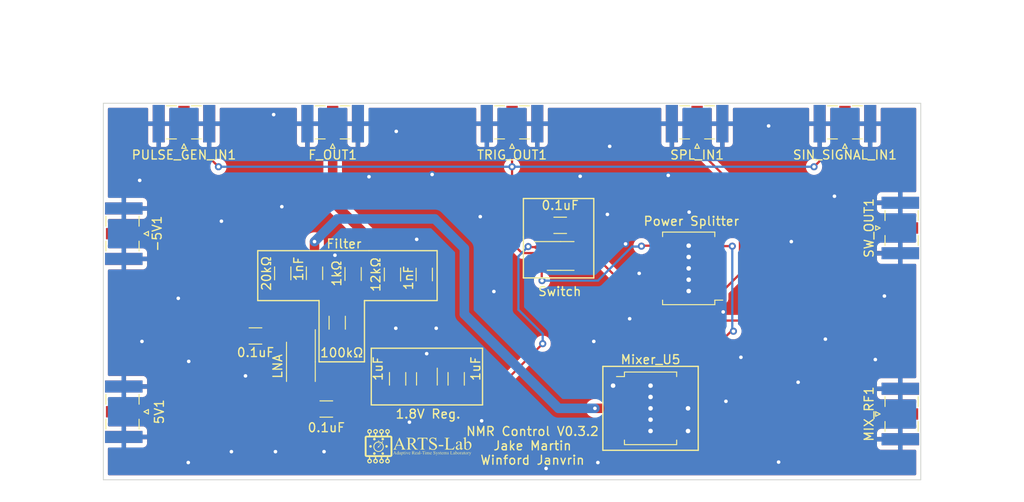
<source format=kicad_pcb>
(kicad_pcb (version 20211014) (generator pcbnew)
  (layers (0 "F.Cu" signal) (31 "B.Cu" signal) (34 "B.Paste" user) (35 "F.Paste" user) (36 "B.SilkS" user "B.Silkscreen") (37 "F.SilkS" user "F.Silkscreen") (38 "B.Mask" user) (39 "F.Mask" user) (44 "Edge.Cuts" user))
  (net 0 "")
  (net 1 "Net-(C1-Pad1)")
  (net 2 "Net-(C1-Pad2)")
  (net 3 "Net-(5V1-Pad1)")
  (net 4 "GND")
  (net 5 "Net-(C3-Pad2)")
  (net 6 "Net-(C4-Pad1)")
  (net 7 "Net-(R1-Pad2)")
  (net 8 "Net-(R2-Pad2)")
  (net 12 "Net-(U3-Pad3)")
  (net 13 "Net-(U3-Pad4)")
  (net 15 "Net-(U1-Pad6)")
  (net 16 "Net-(-5V1-Pad1)")
  (net 17 "Net-(MIX_RF1-Pad1)")
  (net 18 "Net-(SPL_IN1-Pad1)")
  (net 19 "Net-(U4-Pad2)")
  (net 20 "Net-(SW_OUT1-Pad1)")
  (footprint "Connector_Coaxial:SMA_Samtec_SMA-J-P-X-ST-EM1_EdgeMount" (layer "F.Cu") (at 96.266 70.739 -90)
    (fp_text reference "-5V1" (at 0 -3.7195 90) (layer "F.SilkS"))
    (fp_text value "Conn_Coaxial")
    (pad "1" smd rect (at 0 0.2 270) (size 1.27 3.6) (layers "F.Cu" "F.Paste" "F.Mask") (net 16 "Net-(-5V1-Pad1)"))
    (pad "2" smd rect (at 2.825 0 270) (size 1.35 4.2) (layers "F.Cu" "F.Paste" "F.Mask") (net 4 "GND"))
    (pad "2" smd rect (at 2.825 0 270) (size 1.35 4.2) (layers "B.Cu" "B.Paste" "B.Mask") (net 4 "GND"))
    (pad "2" smd rect (at -2.825 0 270) (size 1.35 4.2) (layers "F.Cu" "F.Paste" "F.Mask") (net 4 "GND"))
    (pad "2" smd rect (at -2.825 0 270) (size 1.35 4.2) (layers "B.Cu" "B.Paste" "B.Mask") (net 4 "GND"))
  )
  (footprint "Graphics:ARTS" (layer "F.Cu") (at 129.1844 94.5388)
    (fp_text reference "G***" hide)
    (fp_text value "LOGO" hide)
  )
  (footprint "Capacitor_SMD:C_1206_3216Metric" (layer "F.Cu") (at 117.602 75.1715 90)
    (fp_text reference "1nF" (at 0.4955 -1.778 90) (layer "F.SilkS"))
    (fp_text value "C")
    (pad "1" smd roundrect (at -1.475 0 90) (size 1.15 1.8) (layers "F.Cu" "F.Paste" "F.Mask") (roundrect_rratio 0.2173913043) (net 1 "Net-(C1-Pad1)"))
    (pad "2" smd roundrect (at 1.475 0 90) (size 1.15 1.8) (layers "F.Cu" "F.Paste" "F.Mask") (roundrect_rratio 0.2173913043) (net 2 "Net-(C1-Pad2)"))
  )
  (footprint "Resistor_SMD:R_1206_3216Metric" (layer "F.Cu") (at 120.142 80.7105 -90)
    (fp_text reference "100kΩ" (at 3.3635 -0.508) (layer "F.SilkS"))
    (fp_text value "R")
    (pad "1" smd roundrect (at -1.4625 0 270) (size 1.125 1.75) (layers "F.Cu" "F.Paste" "F.Mask") (roundrect_rratio 0.2222222222) (net 7 "Net-(R1-Pad2)"))
    (pad "2" smd roundrect (at 1.4625 0 270) (size 1.125 1.75) (layers "F.Cu" "F.Paste" "F.Mask") (roundrect_rratio 0.2222222222) (net 8 "Net-(R2-Pad2)"))
  )
  (footprint "Connector_Coaxial:SMA_Samtec_SMA-J-P-X-ST-EM1_EdgeMount" (layer "F.Cu") (at 119.634 58.42 180)
    (fp_text reference "F_OUT1" (at 0 -3.5) (layer "F.SilkS"))
    (fp_text value "Conn_Coaxial")
    (pad "1" smd rect (at 0 0.2 180) (size 1.27 3.6) (layers "F.Cu" "F.Paste" "F.Mask") (net 5 "Net-(C3-Pad2)"))
    (pad "2" smd rect (at -2.825 0 180) (size 1.35 4.2) (layers "F.Cu" "F.Paste" "F.Mask") (net 4 "GND"))
    (pad "2" smd rect (at 2.825 0 180) (size 1.35 4.2) (layers "F.Cu" "F.Paste" "F.Mask") (net 4 "GND"))
    (pad "2" smd rect (at -2.825 0 180) (size 1.35 4.2) (layers "B.Cu" "B.Paste" "B.Mask") (net 4 "GND"))
    (pad "2" smd rect (at 2.825 0 180) (size 1.35 4.2) (layers "B.Cu" "B.Paste" "B.Mask") (net 4 "GND"))
  )
  (footprint "Capacitor_SMD:C_1206_3216Metric" (layer "F.Cu") (at 129.879 75.311 90)
    (fp_text reference "1nF" (at -0.381 -1.7614 90) (layer "F.SilkS"))
    (fp_text value "C")
    (pad "1" smd roundrect (at -1.475 0 90) (size 1.15 1.8) (layers "F.Cu" "F.Paste" "F.Mask") (roundrect_rratio 0.2173913043) (net 4 "GND"))
    (pad "2" smd roundrect (at 1.475 0 90) (size 1.15 1.8) (layers "F.Cu" "F.Paste" "F.Mask") (roundrect_rratio 0.2173913043) (net 5 "Net-(C3-Pad2)"))
  )
  (footprint "Resistor_SMD:R_1206_3216Metric" (layer "F.Cu") (at 121.92 75.2495 -90)
    (fp_text reference "1kΩ" (at -0.0655 1.8288 90) (layer "F.SilkS"))
    (fp_text value "R")
    (pad "1" smd roundrect (at -1.4625 0 270) (size 1.125 1.75) (layers "F.Cu" "F.Paste" "F.Mask") (roundrect_rratio 0.2222222222) (net 4 "GND"))
    (pad "2" smd roundrect (at 1.4625 0 270) (size 1.125 1.75) (layers "F.Cu" "F.Paste" "F.Mask") (roundrect_rratio 0.2222222222) (net 7 "Net-(R1-Pad2)"))
  )
  (footprint "Capacitor_SMD:C_1206_3216Metric" (layer "F.Cu") (at 110.998 82.1944)
    (fp_text reference "C6")
    (fp_text value "0.1uF" (at 0 1.85) (layer "F.SilkS"))
    (pad "1" smd roundrect (at -1.475 0) (size 1.15 1.8) (layers "F.Cu" "F.Paste" "F.Mask") (roundrect_rratio 0.2173913043) (net 4 "GND"))
    (pad "2" smd roundrect (at 1.475 0) (size 1.15 1.8) (layers "F.Cu" "F.Paste" "F.Mask") (roundrect_rratio 0.2173913043) (net 16 "Net-(-5V1-Pad1)"))
  )
  (footprint "Connector_Coaxial:SMA_Samtec_SMA-J-P-X-ST-EM1_EdgeMount" (layer "F.Cu") (at 183.134 70.104 90)
    (fp_text reference "SW_OUT1" (at 0 -3.5 90) (layer "F.SilkS"))
    (fp_text value "Conn_Coaxial")
    (pad "1" smd rect (at 0 0.2 90) (size 1.27 3.6) (layers "F.Cu" "F.Paste" "F.Mask") (net 20 "Net-(SW_OUT1-Pad1)"))
    (pad "2" smd rect (at -2.825 0 90) (size 1.35 4.2) (layers "F.Cu" "F.Paste" "F.Mask") (net 4 "GND"))
    (pad "2" smd rect (at -2.825 0 90) (size 1.35 4.2) (layers "B.Cu" "B.Paste" "B.Mask") (net 4 "GND"))
    (pad "2" smd rect (at 2.825 0 90) (size 1.35 4.2) (layers "B.Cu" "B.Paste" "B.Mask") (net 4 "GND"))
    (pad "2" smd rect (at 2.825 0 90) (size 1.35 4.2) (layers "F.Cu" "F.Paste" "F.Mask") (net 4 "GND"))
  )
  (footprint "Connector_Coaxial:SMA_Samtec_SMA-J-P-X-ST-EM1_EdgeMount" (layer "F.Cu") (at 102.997 58.42 180)
    (fp_text reference "PULSE_GEN_IN1" (at 0 -3.5) (layer "F.SilkS"))
    (fp_text value "Conn_Coaxial")
    (pad "1" smd rect (at 0 0.2 180) (size 1.27 3.6) (layers "F.Cu" "F.Paste" "F.Mask") (net 19 "Net-(U4-Pad2)"))
    (pad "2" smd rect (at 2.825 0 180) (size 1.35 4.2) (layers "B.Cu" "B.Paste" "B.Mask") (net 4 "GND"))
    (pad "2" smd rect (at -2.825 0 180) (size 1.35 4.2) (layers "F.Cu" "F.Paste" "F.Mask") (net 4 "GND"))
    (pad "2" smd rect (at 2.825 0 180) (size 1.35 4.2) (layers "F.Cu" "F.Paste" "F.Mask") (net 4 "GND"))
    (pad "2" smd rect (at -2.825 0 180) (size 1.35 4.2) (layers "B.Cu" "B.Paste" "B.Mask") (net 4 "GND"))
  )
  (footprint "Resistor_SMD:R_1206_3216Metric" (layer "F.Cu") (at 114.046 75.184 90)
    (fp_text reference "20kΩ" (at 0 -1.82 90) (layer "F.SilkS"))
    (fp_text value "R")
    (pad "1" smd roundrect (at -1.4625 0 90) (size 1.125 1.75) (layers "F.Cu" "F.Paste" "F.Mask") (roundrect_rratio 0.2222222222) (net 1 "Net-(C1-Pad1)"))
    (pad "2" smd roundrect (at 1.4625 0 90) (size 1.125 1.75) (layers "F.Cu" "F.Paste" "F.Mask") (roundrect_rratio 0.2222222222) (net 4 "GND"))
  )
  (footprint "RF_Mini-Circuits:Mini-Circuits_CD636_LandPatternPL-035" (layer "F.Cu") (at 159.4612 74.6252 180)
    (fp_text reference "Power Splitter" (at -0.3048 5.2832) (layer "F.SilkS"))
    (fp_text value "ADP-2-1W")
    (pad "1" smd rect (at -2.54 -2.54 90) (size 1.651 2.54) (layers "F.Cu" "F.Paste" "F.Mask") (net 18 "Net-(SPL_IN1-Pad1)") (clearance 0.635))
    (pad "2" smd rect (at -2.54 0 90) (size 1.651 2.54) (layers "F.Cu" "F.Paste" "F.Mask") (clearance 0.635))
    (pad "3" smd rect (at -2.54 2.54 90) (size 1.651 2.54) (layers "F.Cu" "F.Paste" "F.Mask") (net 12 "Net-(U3-Pad3)") (clearance 0.635))
    (pad "4" smd rect (at 2.54 2.54 90) (size 1.651 2.54) (layers "F.Cu" "F.Paste" "F.Mask") (net 13 "Net-(U3-Pad4)") (clearance 0.635))
    (pad "5" smd rect (at 2.54 0 90) (size 1.651 2.54) (layers "F.Cu" "F.Paste" "F.Mask") (clearance 0.635))
    (pad "6" smd rect (at 0.9525 -2.54 90) (size 1.651 0.635) (layers "F.Cu") (net 4 "GND"))
    (pad "6" thru_hole circle (at 0 -1.27 90) (size 1.016 1.016) (drill 0.508) (layers *.Cu) (net 4 "GND"))
    (pad "6" thru_hole circle (at 0 2.54 90) (size 1.016 1.016) (drill 0.508) (layers *.Cu) (net 4 "GND"))
    (pad "6" smd rect (at 2.54 -2.54 90) (size 1.651 2.54) (layers "F.Cu" "F.Paste" "F.Mask") (net 4 "GND"))
    (pad "6" smd rect (at 0 0 90) (size 6.731 1.27) (layers "F.Cu") (net 4 "GND"))
    (pad "6" thru_hole circle (at 0 0 90) (size 1.016 1.016) (drill 0.508) (layers *.Cu) (net 4 "GND"))
    (pad "6" thru_hole circle (at 0 1.27 90) (size 1.016 1.016) (drill 0.508) (layers *.Cu) (net 4 "GND"))
    (pad "6" thru_hole circle (at 0 -2.54 90) (size 1.016 1.016) (drill 0.508) (layers *.Cu) (net 4 "GND"))
  )
  (footprint "Connector_Coaxial:SMA_Samtec_SMA-J-P-X-ST-EM1_EdgeMount" (layer "F.Cu") (at 139.7 58.42 180)
    (fp_text reference "TRIG_OUT1" (at 0 -3.5) (layer "F.SilkS"))
    (fp_text value "Conn_Coaxial")
    (pad "1" smd rect (at 0 0.2 180) (size 1.27 3.6) (layers "F.Cu" "F.Paste" "F.Mask") (net 19 "Net-(U4-Pad2)"))
    (pad "2" smd rect (at -2.825 0 180) (size 1.35 4.2) (layers "F.Cu" "F.Paste" "F.Mask") (net 4 "GND"))
    (pad "2" smd rect (at 2.825 0 180) (size 1.35 4.2) (layers "F.Cu" "F.Paste" "F.Mask") (net 4 "GND"))
    (pad "2" smd rect (at -2.825 0 180) (size 1.35 4.2) (layers "B.Cu" "B.Paste" "B.Mask") (net 4 "GND"))
    (pad "2" smd rect (at 2.825 0 180) (size 1.35 4.2) (layers "B.Cu" "B.Paste" "B.Mask") (net 4 "GND"))
  )
  (footprint "Connector_Coaxial:SMA_Samtec_SMA-J-P-X-ST-EM1_EdgeMount" (layer "F.Cu") (at 160.401 58.42 180)
    (fp_text reference "SPL_IN1" (at 0 -3.5) (layer "F.SilkS"))
    (fp_text value "Conn_Coaxial")
    (pad "1" smd rect (at 0 0.2 180) (size 1.27 3.6) (layers "F.Cu" "F.Paste" "F.Mask") (net 18 "Net-(SPL_IN1-Pad1)"))
    (pad "2" smd rect (at 2.825 0 180) (size 1.35 4.2) (layers "F.Cu" "F.Paste" "F.Mask") (net 4 "GND"))
    (pad "2" smd rect (at -2.825 0 180) (size 1.35 4.2) (layers "B.Cu" "B.Paste" "B.Mask") (net 4 "GND"))
    (pad "2" smd rect (at 2.825 0 180) (size 1.35 4.2) (layers "B.Cu" "B.Paste" "B.Mask") (net 4 "GND"))
    (pad "2" smd rect (at -2.825 0 180) (size 1.35 4.2) (layers "F.Cu" "F.Paste" "F.Mask") (net 4 "GND"))
  )
  (footprint "Capacitor_SMD:C_1206_3216Metric" (layer "F.Cu") (at 118.9228 90.3732 180)
    (fp_text reference "C7")
    (fp_text value "0.1uF" (at 0 -2.0828) (layer "F.SilkS"))
    (pad "1" smd roundrect (at -1.475 0 180) (size 1.15 1.8) (layers "F.Cu" "F.Paste" "F.Mask") (roundrect_rratio 0.2173913043) (net 4 "GND"))
    (pad "2" smd roundrect (at 1.475 0 180) (size 1.15 1.8) (layers "F.Cu" "F.Paste" "F.Mask") (roundrect_rratio 0.2173913043) (net 3 "Net-(5V1-Pad1)"))
  )
  (footprint "Connector_Coaxial:SMA_Samtec_SMA-J-P-X-ST-EM1_EdgeMount" (layer "F.Cu") (at 176.94 58.42 180)
    (fp_text reference "SIN_SIGNAL_IN1" (at 0 -3.5) (layer "F.SilkS"))
    (fp_text value "Conn_Coaxial")
    (pad "1" smd rect (at 0 0.2 180) (size 1.27 3.6) (layers "F.Cu" "F.Paste" "F.Mask") (net 19 "Net-(U4-Pad2)"))
    (pad "2" smd rect (at 2.825 0 180) (size 1.35 4.2) (layers "F.Cu" "F.Paste" "F.Mask") (net 4 "GND"))
    (pad "2" smd rect (at 2.825 0 180) (size 1.35 4.2) (layers "B.Cu" "B.Paste" "B.Mask") (net 4 "GND"))
    (pad "2" smd rect (at -2.825 0 180) (size 1.35 4.2) (layers "B.Cu" "B.Paste" "B.Mask") (net 4 "GND"))
    (pad "2" smd rect (at -2.825 0 180) (size 1.35 4.2) (layers "F.Cu" "F.Paste" "F.Mask") (net 4 "GND"))
  )
  (footprint "Package_TO_SOT_SMD:SOT-353_SC-70-5" (layer "F.Cu") (at 130.175 86.995 -90)
    (fp_text reference "1.8V Reg." (at 3.937 -0.127 180) (layer "F.SilkS"))
    (fp_text value "NCP715-1.8V")
    (pad "1" smd rect (at -0.95 -0.65 270) (size 0.65 0.4) (layers "F.Cu" "F.Paste" "F.Mask"))
    (pad "2" smd rect (at -0.95 0 270) (size 0.65 0.4) (layers "F.Cu" "F.Paste" "F.Mask") (net 4 "GND"))
    (pad "3" smd rect (at -0.95 0.65 270) (size 0.65 0.4) (layers "F.Cu" "F.Paste" "F.Mask"))
    (pad "4" smd rect (at 0.95 0.65 270) (size 0.65 0.4) (layers "F.Cu" "F.Paste" "F.Mask") (net 3 "Net-(5V1-Pad1)"))
    (pad "5" smd rect (at 0.95 -0.65 270) (size 0.65 0.4) (layers "F.Cu" "F.Paste" "F.Mask") (net 6 "Net-(C4-Pad1)"))
  )
  (footprint "Capacitor_SMD:C_1206_3216Metric" (layer "F.Cu") (at 133.4516 86.995 90)
    (fp_text reference "C4")
    (fp_text value "1uF" (at 1.143 2.1844 90) (layer "F.SilkS"))
    (pad "1" smd roundrect (at -1.475 0 90) (size 1.15 1.8) (layers "F.Cu" "F.Paste" "F.Mask") (roundrect_rratio 0.2173913043) (net 6 "Net-(C4-Pad1)"))
    (pad "2" smd roundrect (at 1.475 0 90) (size 1.15 1.8) (layers "F.Cu" "F.Paste" "F.Mask") (roundrect_rratio 0.2173913043) (net 4 "GND"))
  )
  (footprint "Capacitor_SMD:C_1206_3216Metric" (layer "F.Cu") (at 126.8984 86.995 90)
    (fp_text reference "C2")
    (fp_text value "1uF" (at 1.143 -2.1844 90) (layer "F.SilkS"))
    (pad "1" smd roundrect (at -1.475 0 90) (size 1.15 1.8) (layers "F.Cu" "F.Paste" "F.Mask") (roundrect_rratio 0.2173913043) (net 3 "Net-(5V1-Pad1)"))
    (pad "2" smd roundrect (at 1.475 0 90) (size 1.15 1.8) (layers "F.Cu" "F.Paste" "F.Mask") (roundrect_rratio 0.2173913043) (net 4 "GND"))
  )
  (footprint "Resistor_SMD:R_1206_3216Metric" (layer "F.Cu") (at 126.323 75.311 90)
    (fp_text reference "12kΩ" (at 0 -1.863 90) (layer "F.SilkS"))
    (fp_text value "R")
    (pad "1" smd roundrect (at -1.4625 0 90) (size 1.125 1.75) (layers "F.Cu" "F.Paste" "F.Mask") (roundrect_rratio 0.2222222222) (net 8 "Net-(R2-Pad2)"))
    (pad "2" smd roundrect (at 1.4625 0 90) (size 1.125 1.75) (layers "F.Cu" "F.Paste" "F.Mask") (roundrect_rratio 0.2222222222) (net 5 "Net-(C3-Pad2)"))
  )
  (footprint "Connector_Coaxial:SMA_Samtec_SMA-J-P-X-ST-EM1_EdgeMount" (layer "F.Cu") (at 96.266 90.678 -90)
    (fp_text reference "5V1" (at 0 -3.9735 90) (layer "F.SilkS"))
    (fp_text value "Conn_Coaxial")
    (pad "1" smd rect (at 0 0.2 270) (size 1.27 3.6) (layers "F.Cu" "F.Paste" "F.Mask") (net 3 "Net-(5V1-Pad1)"))
    (pad "2" smd rect (at 2.825 0 270) (size 1.35 4.2) (layers "B.Cu" "B.Paste" "B.Mask") (net 4 "GND"))
    (pad "2" smd rect (at -2.825 0 270) (size 1.35 4.2) (layers "F.Cu" "F.Paste" "F.Mask") (net 4 "GND"))
    (pad "2" smd rect (at 2.825 0 270) (size 1.35 4.2) (layers "F.Cu" "F.Paste" "F.Mask") (net 4 "GND"))
    (pad "2" smd rect (at -2.825 0 270) (size 1.35 4.2) (layers "B.Cu" "B.Paste" "B.Mask") (net 4 "GND"))
  )
  (footprint "Package_SO:TSSOP-8_4.4x3mm_P0.65mm" (layer "F.Cu") (at 116.078 85.09 -90)
    (fp_text reference "LNA" (at 0.508 2.5908 -90) (layer "F.SilkS"))
    (fp_text value "LM4565")
    (pad "1" smd roundrect (at -2.8625 -0.975 270) (size 1.475 0.4) (layers "F.Cu" "F.Paste" "F.Mask") (net 8 "Net-(R2-Pad2)"))
    (pad "2" smd roundrect (at -2.8625 -0.325 270) (size 1.475 0.4) (layers "F.Cu" "F.Paste" "F.Mask") (net 7 "Net-(R1-Pad2)"))
    (pad "3" smd roundrect (at -2.8625 0.325 270) (size 1.475 0.4) (layers "F.Cu" "F.Paste" "F.Mask") (net 1 "Net-(C1-Pad1)"))
    (pad "4" smd roundrect (at -2.8625 0.975 270) (size 1.475 0.4) (layers "F.Cu" "F.Paste" "F.Mask") (net 16 "Net-(-5V1-Pad1)"))
    (pad "5" smd roundrect (at 2.8625 0.975 270) (size 1.475 0.4) (layers "F.Cu" "F.Paste" "F.Mask") (net 4 "GND"))
    (pad "6" smd roundrect (at 2.8625 0.325 270) (size 1.475 0.4) (layers "F.Cu" "F.Paste" "F.Mask") (net 15 "Net-(U1-Pad6)"))
    (pad "7" smd roundrect (at 2.8625 -0.325 270) (size 1.475 0.4) (layers "F.Cu" "F.Paste" "F.Mask") (net 15 "Net-(U1-Pad6)"))
    (pad "8" smd roundrect (at 2.8625 -0.975 270) (size 1.475 0.4) (layers "F.Cu" "F.Paste" "F.Mask") (net 3 "Net-(5V1-Pad1)"))
  )
  (footprint "RF_Mini-Circuits:Mini-Circuits_CD542_LandPatternPL-052" (layer "F.Cu") (at 155.194 90.297)
    (fp_text reference "Mixer_U5" (at 0 -5.461) (layer "F.SilkS"))
    (fp_text value "ADE-6")
    (pad "1" smd rect (at -2.032 -2.54) (size 5.334 1.651) (layers "F.Cu") (net 4 "GND"))
    (pad "1" thru_hole circle (at 0 -1.27) (size 1.016 1.016) (drill 0.508) (layers *.Cu) (net 4 "GND"))
    (pad "1" thru_hole circle (at 0 0) (size 1.016 1.016) (drill 0.508) (layers *.Cu) (net 4 "GND"))
    (pad "1" thru_hole circle (at 0 1.27) (size 1.016 1.016) (drill 0.508) (layers *.Cu) (net 4 "GND"))
    (pad "1" smd rect (at 0 0) (size 1.27 6.731) (layers "F.Cu") (net 4 "GND"))
    (pad "1" thru_hole circle (at 0 -2.54) (size 1.016 1.016) (drill 0.508) (layers *.Cu) (net 4 "GND"))
    (pad "1" thru_hole circle (at 0 2.54) (size 1.016 1.016) (drill 0.508) (layers *.Cu) (net 4 "GND"))
    (pad "1" thru_hole circle (at -4.191 -2.54) (size 1.016 1.016) (drill 0.508) (layers *.Cu) (net 4 "GND"))
    (pad "1" smd rect (at -2.54 -2.54) (size 2.54 1.651) (layers "F.Cu" "F.Paste" "F.Mask") (net 4 "GND"))
    (pad "2" smd rect (at -2.54 0) (size 2.54 1.651) (layers "F.Cu" "F.Paste" "F.Mask") (net 2 "Net-(C1-Pad2)") (clearance 0.635))
    (pad "3" smd rect (at -2.54 2.54) (size 2.54 1.651) (layers "F.Cu" "F.Paste" "F.Mask") (net 17 "Net-(MIX_RF1-Pad1)") (clearance 0.635))
    (pad "4" smd rect (at 2.54 2.54) (size 2.54 1.651) (layers "F.Cu" "F.Paste" "F.Mask") (net 4 "GND"))
    (pad "4" thru_hole circle (at 4.191 2.54) (size 1.016 1.016) (drill 0.508) (layers *.Cu) (net 4 "GND"))
    (pad "4" smd rect (at 2.032 1.27) (size 5.334 4.191) (layers "F.Cu") (net 4 "GND"))
    (pad "5" thru_hole circle (at 4.191 0) (size 1.016 1.016) (drill 0.508) (layers *.Cu) (net 4 "GND"))
    (pad "5" smd rect (at 2.54 0) (size 2.54 1.651) (layers "F.Cu" "F.Paste" "F.Mask") (net 4 "GND"))
    (pad "6" smd rect (at 2.54 -2.54) (size 2.54 1.651) (layers "F.Cu" "F.Paste" "F.Mask") (net 12 "Net-(U3-Pad3)") (clearance 0.635))
  )
  (footprint "Capacitor_SMD:C_1206_3216Metric" (layer "F.Cu") (at 145.0866 69.8044 180)
    (fp_text reference "C5")
    (fp_text value "0.1uF" (at 0 2.2404) (layer "F.SilkS"))
    (pad "1" smd roundrect (at -1.475 0 180) (size 1.15 1.8) (layers "F.Cu" "F.Paste" "F.Mask") (roundrect_rratio 0.2173913043) (net 4 "GND"))
    (pad "2" smd roundrect (at 1.475 0 180) (size 1.15 1.8) (layers "F.Cu" "F.Paste" "F.Mask") (roundrect_rratio 0.2173913043) (net 6 "Net-(C4-Pad1)"))
  )
  (footprint "Package_SO:MSOP-8_3x3mm_P0.65mm" (layer "F.Cu") (at 145.1356 73.2334)
    (fp_text reference "Switch" (at -0.1016 3.9826) (layer "F.SilkS"))
    (fp_text value "ADG901BRMZ")
    (pad "1" smd roundrect (at -2.1125 -0.975) (size 1.625 0.4) (layers "F.Cu" "F.Paste" "F.Mask") (net 6 "Net-(C4-Pad1)"))
    (pad "2" smd roundrect (at -2.1125 -0.325) (size 1.625 0.4) (layers "F.Cu" "F.Paste" "F.Mask") (net 19 "Net-(U4-Pad2)"))
    (pad "3" smd roundrect (at -2.1125 0.325) (size 1.625 0.4) (layers "F.Cu" "F.Paste" "F.Mask") (net 4 "GND"))
    (pad "4" smd roundrect (at -2.1125 0.975) (size 1.625 0.4) (layers "F.Cu" "F.Paste" "F.Mask") (net 13 "Net-(U3-Pad4)"))
    (pad "5" smd roundrect (at 2.1125 0.975) (size 1.625 0.4) (layers "F.Cu" "F.Paste" "F.Mask") (net 4 "GND"))
    (pad "6" smd roundrect (at 2.1125 0.325) (size 1.625 0.4) (layers "F.Cu" "F.Paste" "F.Mask") (net 4 "GND"))
    (pad "7" smd roundrect (at 2.1125 -0.325) (size 1.625 0.4) (layers "F.Cu" "F.Paste" "F.Mask") (net 4 "GND"))
    (pad "8" smd roundrect (at 2.1125 -0.975) (size 1.625 0.4) (layers "F.Cu" "F.Paste" "F.Mask") (net 20 "Net-(SW_OUT1-Pad1)"))
  )
  (footprint "Connector_Coaxial:SMA_Samtec_SMA-J-P-X-ST-EM1_EdgeMount" (layer "F.Cu") (at 183.134 90.932 90)
    (fp_text reference "MIX_RF1" (at 0 -3.5 90) (layer "F.SilkS"))
    (fp_text value "Conn_Coaxial")
    (pad "1" smd rect (at 0 0.2 90) (size 1.27 3.6) (layers "F.Cu" "F.Paste" "F.Mask") (net 17 "Net-(MIX_RF1-Pad1)"))
    (pad "2" smd rect (at 2.825 0 90) (size 1.35 4.2) (layers "B.Cu" "B.Paste" "B.Mask") (net 4 "GND"))
    (pad "2" smd rect (at -2.825 0 90) (size 1.35 4.2) (layers "B.Cu" "B.Paste" "B.Mask") (net 4 "GND"))
    (pad "2" smd rect (at 2.825 0 90) (size 1.35 4.2) (layers "F.Cu" "F.Paste" "F.Mask") (net 4 "GND"))
    (pad "2" smd rect (at -2.825 0 90) (size 1.35 4.2) (layers "F.Cu" "F.Paste" "F.Mask") (net 4 "GND"))
  )
  (gr_line (start 160.528 85.598) (end 149.86 85.598) (layer "F.SilkS") (width 0.15))
  (gr_line (start 123.952 83.566) (end 136.398 83.566) (layer "F.SilkS") (width 0.15))
  (gr_line (start 149.86 94.996) (end 160.528 94.996) (layer "F.SilkS") (width 0.15))
  (gr_line (start 140.97 75.692) (end 148.844 75.692) (layer "F.SilkS") (width 0.15))
  (gr_line (start 111.252 72.644) (end 111.252 78.232) (layer "F.SilkS") (width 0.15))
  (gr_line (start 111.252 78.232) (end 118.11 78.232) (layer "F.SilkS") (width 0.15))
  (gr_line (start 148.844 66.802) (end 140.97 66.802) (layer "F.SilkS") (width 0.15))
  (gr_line (start 123.698 72.644) (end 111.252 72.644) (layer "F.SilkS") (width 0.15))
  (gr_line (start 148.844 75.692) (end 148.844 66.802) (layer "F.SilkS") (width 0.15))
  (gr_line (start 140.97 71.12) (end 140.97 75.692) (layer "F.SilkS") (width 0.15))
  (gr_line (start 123.19 78.232) (end 131.318 78.232) (layer "F.SilkS") (width 0.15))
  (gr_line (start 160.528 94.996) (end 160.528 85.598) (layer "F.SilkS") (width 0.15))
  (gr_line (start 149.86 85.598) (end 149.86 94.996) (layer "F.SilkS") (width 0.15))
  (gr_line (start 118.11 85.09) (end 123.19 85.09) (layer "F.SilkS") (width 0.15))
  (gr_line (start 123.19 85.09) (end 123.19 78.232) (layer "F.SilkS") (width 0.15))
  (gr_line (start 131.318 78.232) (end 131.318 72.644) (layer "F.SilkS") (width 0.15))
  (gr_line (start 123.952 89.916) (end 123.952 83.566) (layer "F.SilkS") (width 0.15))
  (gr_line (start 118.11 78.232) (end 118.11 85.09) (layer "F.SilkS") (width 0.15))
  (gr_line (start 131.318 72.644) (end 123.698 72.644) (layer "F.SilkS") (width 0.15))
  (gr_line (start 136.398 89.916) (end 123.952 89.916) (layer "F.SilkS") (width 0.15))
  (gr_line (start 140.97 71.12) (end 140.97 66.802) (layer "F.SilkS") (width 0.15))
  (gr_line (start 136.398 83.566) (end 136.398 89.916) (layer "F.SilkS") (width 0.15))
  (gr_line (start 185.42 98.298) (end 93.98 98.298) (layer "Edge.Cuts") (width 0.1))
  (gr_line (start 185.42 56.134) (end 185.42 98.298) (layer "Edge.Cuts") (width 0.1))
  (gr_line (start 93.98 56.134) (end 185.42 56.134) (layer "Edge.Cuts") (width 0.1))
  (gr_line (start 93.98 72.136) (end 93.98 56.134) (layer "Edge.Cuts") (width 0.1))
  (gr_line (start 93.98 98.298) (end 93.98 72.136) (layer "Edge.Cuts") (width 0.1))
  (gr_text "NMR Control V0.3.2\nJake Martin\nWinford Janvrin" (at 141.986 94.488) (layer "F.SilkS") (effects (font (size 1 1))))
  (gr_text "Filter" (at 120.904 71.882) (layer "F.SilkS") (effects (font (size 1 1))))
  (segment (start 114.046 76.6465) (end 114.046 78.867) (width 1.06587) (layer "F.Cu") (net 1))
  (segment (start 115.753 82.2275) (end 115.753 80.574) (width 0.25) (layer "F.Cu") (net 1))
  (segment (start 115.753 80.574) (end 115.443 80.264) (width 0.25) (layer "F.Cu") (net 1))
  (segment (start 117.602 76.6465) (end 114.046 76.6465) (width 1.06587) (layer "F.Cu") (net 1))
  (segment (start 114.046 78.867) (end 115.443 80.264) (width 1.06587) (layer "F.Cu") (net 1))
  (segment (start 152.654 90.297) (end 148.971 90.297) (width 1.06587) (layer "F.Cu") (net 2))
  (segment (start 117.602 71.628) (end 117.602 73.6965) (width 1.06587) (layer "F.Cu") (net 2))
  (via (at 117.602 71.628) (size 0.8) (drill 0.4) (layers "F.Cu" "B.Cu") (net 2))
  (via (at 148.971 90.297) (size 0.8) (drill 0.4) (layers "F.Cu" "B.Cu") (net 2))
  (segment (start 131.064 69.088) (end 120.142 69.088) (width 1.06587) (layer "B.Cu") (net 2))
  (segment (start 134.366 79.756) (end 134.366 72.39) (width 1.06587) (layer "B.Cu") (net 2))
  (segment (start 144.907 90.297) (end 134.366 79.756) (width 1.06587) (layer "B.Cu") (net 2))
  (segment (start 134.366 72.39) (end 131.064 69.088) (width 1.06587) (layer "B.Cu") (net 2))
  (segment (start 120.142 69.088) (end 117.602 71.628) (width 1.06587) (layer "B.Cu") (net 2))
  (segment (start 148.971 90.297) (end 144.907 90.297) (width 1.06587) (layer "B.Cu") (net 2))
  (segment (start 117.143 90.678) (end 96.6645 90.678) (width 1.06587) (layer "F.Cu") (net 3))
  (segment (start 117.335455 90.260855) (end 117.335455 87.9525) (width 1.06587) (layer "F.Cu") (net 3))
  (segment (start 117.4478 88.2886) (end 117.3988 88.2396) (width 1.06587) (layer "F.Cu") (net 3))
  (segment (start 126.8984 88.47) (end 129 88.47) (width 1.06587) (layer "F.Cu") (net 3))
  (segment (start 126.717 88.2886) (end 126.8984 88.47) (width 1.06587) (layer "F.Cu") (net 3))
  (segment (start 117.4478 88.2886) (end 126.717 88.2886) (width 1.06587) (layer "F.Cu") (net 3))
  (segment (start 117.4478 90.3732) (end 117.143 90.678) (width 1.06587) (layer "F.Cu") (net 3))
  (segment (start 117.4478 90.3732) (end 117.335455 90.260855) (width 1.06587) (layer "F.Cu") (net 3))
  (segment (start 129 88.47) (end 129.525 87.945) (width 1.06587) (layer "F.Cu") (net 3))
  (segment (start 143.0231 73.5584) (end 147.2481 73.5584) (width 0.25) (layer "F.Cu") (net 4))
  (segment (start 130.175 84.201) (end 130.1496 84.1756) (width 0.25) (layer "F.Cu") (net 4))
  (segment (start 130.175 86.045) (end 130.175 84.201) (width 0.25) (layer "F.Cu") (net 4))
  (via (at 137.668 77.216) (size 0.8) (drill 0.4) (layers "F.Cu" "B.Cu") (net 4))
  (via (at 107.188 69.342) (size 0.8) (drill 0.4) (layers "F.Cu" "B.Cu") (net 4))
  (via (at 165.3032 84.582) (size 0.8) (drill 0.4) (layers "F.Cu" "B.Cu") (net 4))
  (via (at 113.03 57.404) (size 0.8) (drill 0.4) (layers "F.Cu" "B.Cu") (net 4))
  (via (at 119.888 73.152) (size 0.8) (drill 0.4) (layers "F.Cu" "B.Cu") (net 4))
  (via (at 126.746 59.2836) (size 0.8) (drill 0.4) (layers "F.Cu" "B.Cu") (net 4))
  (via (at 103.4796 96.3676) (size 0.8) (drill 0.4) (layers "F.Cu" "B.Cu") (net 4))
  (via (at 170.942 71.628) (size 0.8) (drill 0.4) (layers "F.Cu" "B.Cu") (net 4))
  (via (at 148.844 82.804) (size 0.8) (drill 0.4) (layers "F.Cu" "B.Cu") (net 4))
  (via (at 128.2192 91.8464) (size 0.8) (drill 0.4) (layers "F.Cu" "B.Cu") (net 4))
  (via (at 175.768 66.548) (size 0.8) (drill 0.4) (layers "F.Cu" "B.Cu") (net 4))
  (via (at 136.144 68.834) (size 0.8) (drill 0.4) (layers "F.Cu" "B.Cu") (net 4))
  (via (at 181.356 77.724) (size 0.8) (drill 0.4) (layers "F.Cu" "B.Cu") (net 4))
  (via (at 143.51 97.028) (size 0.8) (drill 0.4) (layers "F.Cu" "B.Cu") (net 4))
  (via (at 123.698 64.3636) (size 0.8) (drill 0.4) (layers "F.Cu" "B.Cu") (net 4))
  (via (at 98.298 82.804) (size 0.8) (drill 0.4) (layers "F.Cu" "B.Cu") (net 4))
  (via (at 109.8804 86.6648) (size 0.8) (drill 0.4) (layers "F.Cu" "B.Cu") (net 4))
  (via (at 169.5196 96.3168) (size 0.8) (drill 0.4) (layers "F.Cu" "B.Cu") (net 4))
  (via (at 98.044 64.77) (size 0.8) (drill 0.4) (layers "F.Cu" "B.Cu") (net 4))
  (via (at 113.2332 95.1484) (size 0.8) (drill 0.4) (layers "F.Cu" "B.Cu") (net 4))
  (via (at 108.3056 95.1484) (size 0.8) (drill 0.4) (layers "F.Cu" "B.Cu") (net 4))
  (via (at 180.34 84.836) (size 0.8) (drill 0.4) (layers "F.Cu" "B.Cu") (net 4))
  (via (at 149.3012 96.3676) (size 0.8) (drill 0.4) (layers "F.Cu" "B.Cu") (net 4))
  (via (at 150.622 60.96) (size 0.8) (drill 0.4) (layers "F.Cu" "B.Cu") (net 4))
  (via (at 168.402 58.674) (size 0.8) (drill 0.4) (layers "F.Cu" "B.Cu") (net 4))
  (via (at 130.7592 64.1096) (size 0.8) (drill 0.4) (layers "F.Cu" "B.Cu") (net 4))
  (via (at 131.2164 81.3308) (size 0.8) (drill 0.4) (layers "F.Cu" "B.Cu") (net 4))
  (via (at 129.032 71.374) (size 0.8) (drill 0.4) (layers "F.Cu" "B.Cu") (net 4))
  (via (at 163.322 79.502) (size 0.8) (drill 0.4) (layers "F.Cu" "B.Cu") (net 4))
  (via (at 118.6688 95.1484) (size 0.8) (drill 0.4) (layers "F.Cu" "B.Cu") (net 4))
  (via (at 102.362 77.978) (size 0.8) (drill 0.4) (layers "F.Cu" "B.Cu") (net 4))
  (via (at 126.6952 81.3308) (size 0.8) (drill 0.4) (layers "F.Cu" "B.Cu") (net 4))
  (via (at 130.1496 84.1756) (size 0.8) (drill 0.4) (layers "F.Cu" "B.Cu") (net 4))
  (via (at 152.4 71.882) (size 0.8) (drill 0.4) (layers "F.Cu" "B.Cu") (net 4))
  (via (at 152.8572 80.264) (size 0.8) (drill 0.4) (layers "F.Cu" "B.Cu") (net 4))
  (via (at 136.2964 91.694) (size 0.8) (drill 0.4) (layers "F.Cu" "B.Cu") (net 4))
  (via (at 159.512 68.326) (size 0.8) (drill 0.4) (layers "F.Cu" "B.Cu") (net 4))
  (via (at 103.5304 85.0392) (size 0.8) (drill 0.4) (layers "F.Cu" "B.Cu") (net 4))
  (via (at 163.6268 89.5096) (size 0.8) (drill 0.4) (layers "F.Cu" "B.Cu") (net 4))
  (via (at 174.752 82.55) (size 0.8) (drill 0.4) (layers "F.Cu" "B.Cu") (net 4))
  (via (at 150.368 68.58) (size 0.8) (drill 0.4) (layers "F.Cu" "B.Cu") (net 4))
  (via (at 157.1752 64.2112) (size 0.8) (drill 0.4) (layers "F.Cu" "B.Cu") (net 4))
  (via (at 153.924 75.184) (size 0.8) (drill 0.4) (layers "F.Cu" "B.Cu") (net 4))
  (via (at 171.704 87.376) (size 0.8) (drill 0.4) (layers "F.Cu" "B.Cu") (net 4))
  (via (at 147.32 64.3128) (size 0.8) (drill 0.4) (layers "F.Cu" "B.Cu") (net 4))
  (via (at 113.9444 67.7164) (size 0.8) (drill 0.4) (layers "F.Cu" "B.Cu") (net 4))
  (segment (start 126.323 73.8485) (end 129.8665 73.8485) (width 1.06587) (layer "F.Cu") (net 5))
  (segment (start 119.634 67.1595) (end 119.634 58.22) (width 1.06587) (layer "F.Cu") (net 5))
  (segment (start 129.8665 73.8485) (end 129.879 73.836) (width 1.06587) (layer "F.Cu") (net 5))
  (segment (start 126.323 73.8485) (end 119.634 67.1595) (width 1.06587) (layer "F.Cu") (net 5))
  (segment (start 143.0075 72.2428) (end 143.0231 72.2584) (width 0.25) (layer "F.Cu") (net 6))
  (segment (start 143.1036 70.3124) (end 143.1036 71.8364) (width 1.06587) (layer "F.Cu") (net 6))
  (segment (start 131.35 88.47) (end 130.825 87.945) (width 1.06587) (layer "F.Cu") (net 6))
  (segment (start 137.717 88.47) (end 133.4516 88.47) (width 0.25) (layer "F.Cu") (net 6))
  (segment (start 133.4516 88.47) (end 131.35 88.47) (width 1.06587) (layer "F.Cu") (net 6))
  (segment (start 143.6116 69.8044) (end 143.1036 70.3124) (width 1.06587) (layer "F.Cu") (net 6))
  (segment (start 137.717 88.47) (end 143.129 83.058) (width 0.25) (layer "F.Cu") (net 6))
  (segment (start 141.5034 72.2428) (end 143.0075 72.2428) (width 0.25) (layer "F.Cu") (net 6))
  (via (at 141.500846 72.184596) (size 0.8) (drill 0.4) (layers "F.Cu" "B.Cu") (net 6))
  (via (at 143.129 83.058) (size 0.8) (drill 0.4) (layers "F.Cu" "B.Cu") (net 6))
  (segment (start 140.4112 79.248) (end 143.129 81.9658) (width 0.25) (layer "B.Cu") (net 6))
  (segment (start 140.4112 73.274242) (end 140.4112 79.248) (width 0.25) (layer "B.Cu") (net 6))
  (segment (start 141.500846 72.184596) (end 140.4112 73.274242) (width 0.25) (layer "B.Cu") (net 6))
  (segment (start 143.129 81.9658) (end 143.129 83.058) (width 0.25) (layer "B.Cu") (net 6))
  (segment (start 117.200248 79.248) (end 116.70839 79.739858) (width 1.06587) (layer "F.Cu") (net 7))
  (segment (start 116.70839 79.739858) (end 116.70839 80.518) (width 1.06587) (layer "F.Cu") (net 7))
  (segment (start 120.142 79.248) (end 117.200248 79.248) (width 1.06587) (layer "F.Cu") (net 7))
  (segment (start 116.403 82.2275) (end 116.403 80.82339) (width 0.25) (layer "F.Cu") (net 7))
  (segment (start 116.403 80.82339) (end 116.70839 80.518) (width 0.25) (layer "F.Cu") (net 7))
  (segment (start 120.142 78.49) (end 121.92 76.712) (width 1.06587) (layer "F.Cu") (net 7))
  (segment (start 120.142 79.248) (end 120.142 78.49) (width 1.06587) (layer "F.Cu") (net 7))
  (segment (start 120.142 82.173) (end 120.9235 82.173) (width 1.06587) (layer "F.Cu") (net 8))
  (segment (start 120.9235 82.173) (end 126.323 76.7735) (width 1.06587) (layer "F.Cu") (net 8))
  (segment (start 120.142 82.173) (end 117.479 82.173) (width 1.06587) (layer "F.Cu") (net 8))
  (segment (start 117.479 82.173) (end 117.475 82.169) (width 1.06587) (layer "F.Cu") (net 8))
  (segment (start 164.211 81.661) (end 158.115 87.757) (width 0.25) (layer "F.Cu") (net 12))
  (segment (start 158.115 87.757) (end 157.734 87.757) (width 0.25) (layer "F.Cu") (net 12))
  (segment (start 162.052 72.136) (end 162.0012 72.0852) (width 0.25) (layer "F.Cu") (net 12))
  (segment (start 164.338 72.136) (end 162.052 72.136) (width 0.25) (layer "F.Cu") (net 12))
  (segment (start 164.465 81.661) (end 164.211 81.661) (width 0.25) (layer "F.Cu") (net 12))
  (via (at 164.465 81.661) (size 0.8) (drill 0.4) (layers "F.Cu" "B.Cu") (net 12))
  (via (at 164.338 72.136) (size 0.8) (drill 0.4) (layers "F.Cu" "B.Cu") (net 12))
  (segment (start 164.338 81.534) (end 164.338 72.136) (width 0.25) (layer "B.Cu") (net 12))
  (segment (start 164.465 81.661) (end 164.338 81.534) (width 0.25) (layer "B.Cu") (net 12))
  (segment (start 143.0231 75.9671) (end 143.0528 75.9968) (width 0.25) (layer "F.Cu") (net 13))
  (segment (start 154.178 72.136) (end 154.2288 72.0852) (width 0.25) (layer "F.Cu") (net 13))
  (segment (start 143.0231 74.2084) (end 143.0231 75.9671) (width 0.25) (layer "F.Cu") (net 13))
  (segment (start 154.2288 72.0852) (end 156.9212 72.0852) (width 0.25) (layer "F.Cu") (net 13))
  (via (at 143.0528 75.9968) (size 0.8) (drill 0.4) (layers "F.Cu" "B.Cu") (net 13))
  (via (at 154.178 72.136) (size 0.8) (drill 0.4) (layers "F.Cu" "B.Cu") (net 13))
  (segment (start 153.125 72.182305) (end 149.310505 75.9968) (width 0.25) (layer "B.Cu") (net 13))
  (segment (start 149.310505 75.9968) (end 143.0528 75.9968) (width 0.25) (layer "B.Cu") (net 13))
  (segment (start 154.131695 72.182305) (end 154.178 72.136) (width 0.25) (layer "B.Cu") (net 13))
  (segment (start 153.125 72.182305) (end 154.131695 72.182305) (width 0.25) (layer "B.Cu") (net 13))
  (segment (start 116.403 87.9525) (end 115.753 87.9525) (width 0.25) (layer "F.Cu") (net 15))
  (segment (start 112.473 82.1944) (end 101.0176 70.739) (width 1.06587) (layer "F.Cu") (net 16))
  (segment (start 101.0176 70.739) (end 96.066 70.739) (width 1.06587) (layer "F.Cu") (net 16))
  (segment (start 112.473 82.1944) (end 114.808 82.1944) (width 1.06587) (layer "F.Cu") (net 16))
  (segment (start 164.338 95.7072) (end 169.1132 90.932) (width 1.06587) (layer "F.Cu") (net 17))
  (segment (start 169.1132 90.932) (end 182.9895 90.932) (width 1.06587) (layer "F.Cu") (net 17))
  (segment (start 154.2288 95.7072) (end 152.654 94.1324) (width 1.06587) (layer "F.Cu") (net 17))
  (segment (start 164.338 95.7072) (end 154.2288 95.7072) (width 1.06587) (layer "F.Cu") (net 17))
  (segment (start 152.654 94.1324) (end 152.654 92.837) (width 1.06587) (layer "F.Cu") (net 17))
  (segment (start 160.401 61.230095) (end 165.19 66.019095) (width 0.25) (layer "F.Cu") (net 18))
  (segment (start 163.450396 76.978804) (end 162.4512 76.978804) (width 0.25) (layer "F.Cu") (net 18))
  (segment (start 162.4512 76.978804) (end 162.319398 76.847002) (width 0.25) (layer "F.Cu") (net 18))
  (segment (start 165.19 66.019095) (end 165.19 75.2392) (width 0.25) (layer "F.Cu") (net 18))
  (segment (start 165.19 75.2392) (end 163.450396 76.978804) (width 0.25) (layer "F.Cu") (net 18))
  (segment (start 160.401 58.22) (end 160.401 61.230095) (width 0.25) (layer "F.Cu") (net 18))
  (segment (start 139.7 58.22) (end 139.7 63.246) (width 0.25) (layer "F.Cu") (net 19))
  (segment (start 106.858 63.246) (end 102.997 59.385) (width 0.25) (layer "F.Cu") (net 19))
  (segment (start 143.021904 72.909596) (end 143.0231 72.9084) (width 0.25) (layer "F.Cu") (net 19))
  (segment (start 140.815544 72.909596) (end 139.7 71.794052) (width 0.25) (layer "F.Cu") (net 19))
  (segment (start 173.482 63.246) (end 176.784 59.944) (width 0.25) (layer "F.Cu") (net 19))
  (segment (start 102.997 59.385) (end 102.997 58.22) (width 0.25) (layer "F.Cu") (net 19))
  (segment (start 139.7 63.246) (end 139.7 71.794052) (width 0.25) (layer "F.Cu") (net 19))
  (segment (start 140.815544 72.909596) (end 143.021904 72.909596) (width 0.25) (layer "F.Cu") (net 19))
  (via (at 173.482 63.246) (size 0.8) (drill 0.4) (layers "F.Cu" "B.Cu") (net 19))
  (via (at 139.7 63.246) (size 0.8) (drill 0.4) (layers "F.Cu" "B.Cu") (net 19))
  (via (at 106.858 63.246) (size 0.8) (drill 0.4) (layers "F.Cu" "B.Cu") (net 19))
  (segment (start 173.482 63.246) (end 139.7 63.246) (width 0.25) (layer "B.Cu") (net 19))
  (segment (start 139.7 63.246) (end 106.858 63.246) (width 0.25) (layer "B.Cu") (net 19))
  (segment (start 156.220441 80.4672) (end 171.1452 80.4672) (width 0.25) (layer "F.Cu") (net 20))
  (segment (start 147.2481 72.2584) (end 148.011641 72.2584) (width 0.25) (layer "F.Cu") (net 20))
  (segment (start 148.011641 72.2584) (end 156.220441 80.4672) (width 0.25) (layer "F.Cu") (net 20))
  (segment (start 171.1452 80.4672) (end 181.5084 70.104) (width 0.25) (layer "F.Cu") (net 20))
  (segment (start 181.5084 70.104) (end 183.334 70.104) (width 0.25) (layer "F.Cu") (net 20))
  (zone (net 4) (net_name "GND") (layers F&B.Cu) (connect_pads (clearance 0.508)) (min_thickness 0.254) (fill yes (thermal_gap 0.508) (thermal_bridge_width 0.508))
    (polygon (pts (xy 185.42 98.298) (xy 93.98 98.298) (xy 93.98 56.134) (xy 185.42 56.134)))
  )
)
</source>
